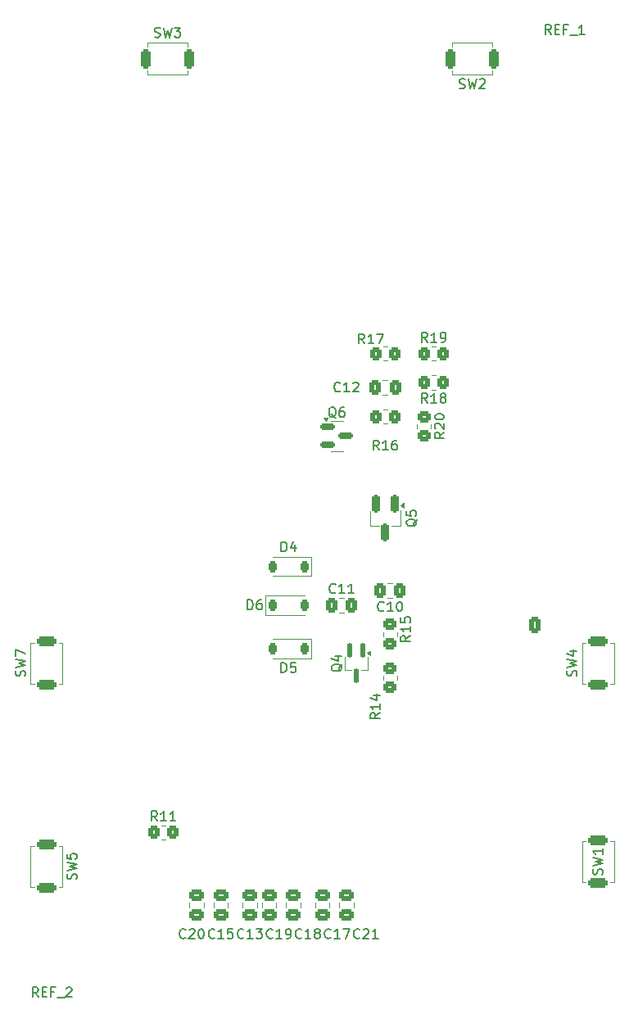
<source format=gbr>
%TF.GenerationSoftware,KiCad,Pcbnew,9.0.6*%
%TF.CreationDate,2025-11-24T16:31:49-05:00*%
%TF.ProjectId,EPD_HUB_ESP32,4550445f-4855-4425-9f45-535033322e6b,rev?*%
%TF.SameCoordinates,Original*%
%TF.FileFunction,Legend,Top*%
%TF.FilePolarity,Positive*%
%FSLAX46Y46*%
G04 Gerber Fmt 4.6, Leading zero omitted, Abs format (unit mm)*
G04 Created by KiCad (PCBNEW 9.0.6) date 2025-11-24 16:31:49*
%MOMM*%
%LPD*%
G01*
G04 APERTURE LIST*
G04 Aperture macros list*
%AMRoundRect*
0 Rectangle with rounded corners*
0 $1 Rounding radius*
0 $2 $3 $4 $5 $6 $7 $8 $9 X,Y pos of 4 corners*
0 Add a 4 corners polygon primitive as box body*
4,1,4,$2,$3,$4,$5,$6,$7,$8,$9,$2,$3,0*
0 Add four circle primitives for the rounded corners*
1,1,$1+$1,$2,$3*
1,1,$1+$1,$4,$5*
1,1,$1+$1,$6,$7*
1,1,$1+$1,$8,$9*
0 Add four rect primitives between the rounded corners*
20,1,$1+$1,$2,$3,$4,$5,0*
20,1,$1+$1,$4,$5,$6,$7,0*
20,1,$1+$1,$6,$7,$8,$9,0*
20,1,$1+$1,$8,$9,$2,$3,0*%
G04 Aperture macros list end*
%ADD10C,0.150000*%
%ADD11C,0.120000*%
%ADD12C,6.000000*%
%ADD13RoundRect,0.250000X0.475000X-0.337500X0.475000X0.337500X-0.475000X0.337500X-0.475000X-0.337500X0*%
%ADD14RoundRect,0.250000X-0.450000X0.350000X-0.450000X-0.350000X0.450000X-0.350000X0.450000X0.350000X0*%
%ADD15RoundRect,0.250000X-0.275000X-0.750000X0.275000X-0.750000X0.275000X0.750000X-0.275000X0.750000X0*%
%ADD16RoundRect,0.250000X-0.350000X-0.450000X0.350000X-0.450000X0.350000X0.450000X-0.350000X0.450000X0*%
%ADD17RoundRect,0.250000X0.750000X-0.275000X0.750000X0.275000X-0.750000X0.275000X-0.750000X-0.275000X0*%
%ADD18RoundRect,0.225000X-0.225000X-0.375000X0.225000X-0.375000X0.225000X0.375000X-0.225000X0.375000X0*%
%ADD19RoundRect,0.250000X0.337500X0.475000X-0.337500X0.475000X-0.337500X-0.475000X0.337500X-0.475000X0*%
%ADD20RoundRect,0.250000X0.350000X0.450000X-0.350000X0.450000X-0.350000X-0.450000X0.350000X-0.450000X0*%
%ADD21RoundRect,0.225000X0.225000X0.375000X-0.225000X0.375000X-0.225000X-0.375000X0.225000X-0.375000X0*%
%ADD22RoundRect,0.250000X-0.337500X-0.475000X0.337500X-0.475000X0.337500X0.475000X-0.337500X0.475000X0*%
%ADD23RoundRect,0.250000X-0.750000X0.275000X-0.750000X-0.275000X0.750000X-0.275000X0.750000X0.275000X0*%
%ADD24RoundRect,0.250000X0.275000X0.750000X-0.275000X0.750000X-0.275000X-0.750000X0.275000X-0.750000X0*%
%ADD25RoundRect,0.200000X-0.200000X0.750000X-0.200000X-0.750000X0.200000X-0.750000X0.200000X0.750000X0*%
%ADD26RoundRect,0.112500X0.112500X0.637500X-0.112500X0.637500X-0.112500X-0.637500X0.112500X-0.637500X0*%
%ADD27RoundRect,0.150000X-0.587500X-0.150000X0.587500X-0.150000X0.587500X0.150000X-0.587500X0.150000X0*%
%ADD28RoundRect,0.250000X0.350000X0.625000X-0.350000X0.625000X-0.350000X-0.625000X0.350000X-0.625000X0*%
%ADD29O,1.200000X1.750000*%
%ADD30C,0.650000*%
%ADD31O,0.950000X0.650000*%
%ADD32O,0.800000X1.400000*%
G04 APERTURE END LIST*
D10*
X163571428Y-44504819D02*
X163238095Y-44028628D01*
X163000000Y-44504819D02*
X163000000Y-43504819D01*
X163000000Y-43504819D02*
X163380952Y-43504819D01*
X163380952Y-43504819D02*
X163476190Y-43552438D01*
X163476190Y-43552438D02*
X163523809Y-43600057D01*
X163523809Y-43600057D02*
X163571428Y-43695295D01*
X163571428Y-43695295D02*
X163571428Y-43838152D01*
X163571428Y-43838152D02*
X163523809Y-43933390D01*
X163523809Y-43933390D02*
X163476190Y-43981009D01*
X163476190Y-43981009D02*
X163380952Y-44028628D01*
X163380952Y-44028628D02*
X163000000Y-44028628D01*
X164000000Y-43981009D02*
X164333333Y-43981009D01*
X164476190Y-44504819D02*
X164000000Y-44504819D01*
X164000000Y-44504819D02*
X164000000Y-43504819D01*
X164000000Y-43504819D02*
X164476190Y-43504819D01*
X165238095Y-43981009D02*
X164904762Y-43981009D01*
X164904762Y-44504819D02*
X164904762Y-43504819D01*
X164904762Y-43504819D02*
X165380952Y-43504819D01*
X165523810Y-44600057D02*
X166285714Y-44600057D01*
X167047619Y-44504819D02*
X166476191Y-44504819D01*
X166761905Y-44504819D02*
X166761905Y-43504819D01*
X166761905Y-43504819D02*
X166666667Y-43647676D01*
X166666667Y-43647676D02*
X166571429Y-43742914D01*
X166571429Y-43742914D02*
X166476191Y-43790533D01*
X110571428Y-144004819D02*
X110238095Y-143528628D01*
X110000000Y-144004819D02*
X110000000Y-143004819D01*
X110000000Y-143004819D02*
X110380952Y-143004819D01*
X110380952Y-143004819D02*
X110476190Y-143052438D01*
X110476190Y-143052438D02*
X110523809Y-143100057D01*
X110523809Y-143100057D02*
X110571428Y-143195295D01*
X110571428Y-143195295D02*
X110571428Y-143338152D01*
X110571428Y-143338152D02*
X110523809Y-143433390D01*
X110523809Y-143433390D02*
X110476190Y-143481009D01*
X110476190Y-143481009D02*
X110380952Y-143528628D01*
X110380952Y-143528628D02*
X110000000Y-143528628D01*
X111000000Y-143481009D02*
X111333333Y-143481009D01*
X111476190Y-144004819D02*
X111000000Y-144004819D01*
X111000000Y-144004819D02*
X111000000Y-143004819D01*
X111000000Y-143004819D02*
X111476190Y-143004819D01*
X112238095Y-143481009D02*
X111904762Y-143481009D01*
X111904762Y-144004819D02*
X111904762Y-143004819D01*
X111904762Y-143004819D02*
X112380952Y-143004819D01*
X112523810Y-144100057D02*
X113285714Y-144100057D01*
X113476191Y-143100057D02*
X113523810Y-143052438D01*
X113523810Y-143052438D02*
X113619048Y-143004819D01*
X113619048Y-143004819D02*
X113857143Y-143004819D01*
X113857143Y-143004819D02*
X113952381Y-143052438D01*
X113952381Y-143052438D02*
X114000000Y-143100057D01*
X114000000Y-143100057D02*
X114047619Y-143195295D01*
X114047619Y-143195295D02*
X114047619Y-143290533D01*
X114047619Y-143290533D02*
X114000000Y-143433390D01*
X114000000Y-143433390D02*
X113428572Y-144004819D01*
X113428572Y-144004819D02*
X114047619Y-144004819D01*
X137795982Y-137859580D02*
X137748363Y-137907200D01*
X137748363Y-137907200D02*
X137605506Y-137954819D01*
X137605506Y-137954819D02*
X137510268Y-137954819D01*
X137510268Y-137954819D02*
X137367411Y-137907200D01*
X137367411Y-137907200D02*
X137272173Y-137811961D01*
X137272173Y-137811961D02*
X137224554Y-137716723D01*
X137224554Y-137716723D02*
X137176935Y-137526247D01*
X137176935Y-137526247D02*
X137176935Y-137383390D01*
X137176935Y-137383390D02*
X137224554Y-137192914D01*
X137224554Y-137192914D02*
X137272173Y-137097676D01*
X137272173Y-137097676D02*
X137367411Y-137002438D01*
X137367411Y-137002438D02*
X137510268Y-136954819D01*
X137510268Y-136954819D02*
X137605506Y-136954819D01*
X137605506Y-136954819D02*
X137748363Y-137002438D01*
X137748363Y-137002438D02*
X137795982Y-137050057D01*
X138748363Y-137954819D02*
X138176935Y-137954819D01*
X138462649Y-137954819D02*
X138462649Y-136954819D01*
X138462649Y-136954819D02*
X138367411Y-137097676D01*
X138367411Y-137097676D02*
X138272173Y-137192914D01*
X138272173Y-137192914D02*
X138176935Y-137240533D01*
X139319792Y-137383390D02*
X139224554Y-137335771D01*
X139224554Y-137335771D02*
X139176935Y-137288152D01*
X139176935Y-137288152D02*
X139129316Y-137192914D01*
X139129316Y-137192914D02*
X139129316Y-137145295D01*
X139129316Y-137145295D02*
X139176935Y-137050057D01*
X139176935Y-137050057D02*
X139224554Y-137002438D01*
X139224554Y-137002438D02*
X139319792Y-136954819D01*
X139319792Y-136954819D02*
X139510268Y-136954819D01*
X139510268Y-136954819D02*
X139605506Y-137002438D01*
X139605506Y-137002438D02*
X139653125Y-137050057D01*
X139653125Y-137050057D02*
X139700744Y-137145295D01*
X139700744Y-137145295D02*
X139700744Y-137192914D01*
X139700744Y-137192914D02*
X139653125Y-137288152D01*
X139653125Y-137288152D02*
X139605506Y-137335771D01*
X139605506Y-137335771D02*
X139510268Y-137383390D01*
X139510268Y-137383390D02*
X139319792Y-137383390D01*
X139319792Y-137383390D02*
X139224554Y-137431009D01*
X139224554Y-137431009D02*
X139176935Y-137478628D01*
X139176935Y-137478628D02*
X139129316Y-137573866D01*
X139129316Y-137573866D02*
X139129316Y-137764342D01*
X139129316Y-137764342D02*
X139176935Y-137859580D01*
X139176935Y-137859580D02*
X139224554Y-137907200D01*
X139224554Y-137907200D02*
X139319792Y-137954819D01*
X139319792Y-137954819D02*
X139510268Y-137954819D01*
X139510268Y-137954819D02*
X139605506Y-137907200D01*
X139605506Y-137907200D02*
X139653125Y-137859580D01*
X139653125Y-137859580D02*
X139700744Y-137764342D01*
X139700744Y-137764342D02*
X139700744Y-137573866D01*
X139700744Y-137573866D02*
X139653125Y-137478628D01*
X139653125Y-137478628D02*
X139605506Y-137431009D01*
X139605506Y-137431009D02*
X139510268Y-137383390D01*
X149043659Y-106642857D02*
X148567468Y-106976190D01*
X149043659Y-107214285D02*
X148043659Y-107214285D01*
X148043659Y-107214285D02*
X148043659Y-106833333D01*
X148043659Y-106833333D02*
X148091278Y-106738095D01*
X148091278Y-106738095D02*
X148138897Y-106690476D01*
X148138897Y-106690476D02*
X148234135Y-106642857D01*
X148234135Y-106642857D02*
X148376992Y-106642857D01*
X148376992Y-106642857D02*
X148472230Y-106690476D01*
X148472230Y-106690476D02*
X148519849Y-106738095D01*
X148519849Y-106738095D02*
X148567468Y-106833333D01*
X148567468Y-106833333D02*
X148567468Y-107214285D01*
X149043659Y-105690476D02*
X149043659Y-106261904D01*
X149043659Y-105976190D02*
X148043659Y-105976190D01*
X148043659Y-105976190D02*
X148186516Y-106071428D01*
X148186516Y-106071428D02*
X148281754Y-106166666D01*
X148281754Y-106166666D02*
X148329373Y-106261904D01*
X148043659Y-104785714D02*
X148043659Y-105261904D01*
X148043659Y-105261904D02*
X148519849Y-105309523D01*
X148519849Y-105309523D02*
X148472230Y-105261904D01*
X148472230Y-105261904D02*
X148424611Y-105166666D01*
X148424611Y-105166666D02*
X148424611Y-104928571D01*
X148424611Y-104928571D02*
X148472230Y-104833333D01*
X148472230Y-104833333D02*
X148519849Y-104785714D01*
X148519849Y-104785714D02*
X148615087Y-104738095D01*
X148615087Y-104738095D02*
X148853182Y-104738095D01*
X148853182Y-104738095D02*
X148948420Y-104785714D01*
X148948420Y-104785714D02*
X148996040Y-104833333D01*
X148996040Y-104833333D02*
X149043659Y-104928571D01*
X149043659Y-104928571D02*
X149043659Y-105166666D01*
X149043659Y-105166666D02*
X148996040Y-105261904D01*
X148996040Y-105261904D02*
X148948420Y-105309523D01*
X128795982Y-137859580D02*
X128748363Y-137907200D01*
X128748363Y-137907200D02*
X128605506Y-137954819D01*
X128605506Y-137954819D02*
X128510268Y-137954819D01*
X128510268Y-137954819D02*
X128367411Y-137907200D01*
X128367411Y-137907200D02*
X128272173Y-137811961D01*
X128272173Y-137811961D02*
X128224554Y-137716723D01*
X128224554Y-137716723D02*
X128176935Y-137526247D01*
X128176935Y-137526247D02*
X128176935Y-137383390D01*
X128176935Y-137383390D02*
X128224554Y-137192914D01*
X128224554Y-137192914D02*
X128272173Y-137097676D01*
X128272173Y-137097676D02*
X128367411Y-137002438D01*
X128367411Y-137002438D02*
X128510268Y-136954819D01*
X128510268Y-136954819D02*
X128605506Y-136954819D01*
X128605506Y-136954819D02*
X128748363Y-137002438D01*
X128748363Y-137002438D02*
X128795982Y-137050057D01*
X129748363Y-137954819D02*
X129176935Y-137954819D01*
X129462649Y-137954819D02*
X129462649Y-136954819D01*
X129462649Y-136954819D02*
X129367411Y-137097676D01*
X129367411Y-137097676D02*
X129272173Y-137192914D01*
X129272173Y-137192914D02*
X129176935Y-137240533D01*
X130653125Y-136954819D02*
X130176935Y-136954819D01*
X130176935Y-136954819D02*
X130129316Y-137431009D01*
X130129316Y-137431009D02*
X130176935Y-137383390D01*
X130176935Y-137383390D02*
X130272173Y-137335771D01*
X130272173Y-137335771D02*
X130510268Y-137335771D01*
X130510268Y-137335771D02*
X130605506Y-137383390D01*
X130605506Y-137383390D02*
X130653125Y-137431009D01*
X130653125Y-137431009D02*
X130700744Y-137526247D01*
X130700744Y-137526247D02*
X130700744Y-137764342D01*
X130700744Y-137764342D02*
X130653125Y-137859580D01*
X130653125Y-137859580D02*
X130605506Y-137907200D01*
X130605506Y-137907200D02*
X130510268Y-137954819D01*
X130510268Y-137954819D02*
X130272173Y-137954819D01*
X130272173Y-137954819D02*
X130176935Y-137907200D01*
X130176935Y-137907200D02*
X130129316Y-137859580D01*
X122605507Y-44757200D02*
X122748364Y-44804819D01*
X122748364Y-44804819D02*
X122986459Y-44804819D01*
X122986459Y-44804819D02*
X123081697Y-44757200D01*
X123081697Y-44757200D02*
X123129316Y-44709580D01*
X123129316Y-44709580D02*
X123176935Y-44614342D01*
X123176935Y-44614342D02*
X123176935Y-44519104D01*
X123176935Y-44519104D02*
X123129316Y-44423866D01*
X123129316Y-44423866D02*
X123081697Y-44376247D01*
X123081697Y-44376247D02*
X122986459Y-44328628D01*
X122986459Y-44328628D02*
X122795983Y-44281009D01*
X122795983Y-44281009D02*
X122700745Y-44233390D01*
X122700745Y-44233390D02*
X122653126Y-44185771D01*
X122653126Y-44185771D02*
X122605507Y-44090533D01*
X122605507Y-44090533D02*
X122605507Y-43995295D01*
X122605507Y-43995295D02*
X122653126Y-43900057D01*
X122653126Y-43900057D02*
X122700745Y-43852438D01*
X122700745Y-43852438D02*
X122795983Y-43804819D01*
X122795983Y-43804819D02*
X123034078Y-43804819D01*
X123034078Y-43804819D02*
X123176935Y-43852438D01*
X123510269Y-43804819D02*
X123748364Y-44804819D01*
X123748364Y-44804819D02*
X123938840Y-44090533D01*
X123938840Y-44090533D02*
X124129316Y-44804819D01*
X124129316Y-44804819D02*
X124367412Y-43804819D01*
X124653126Y-43804819D02*
X125272173Y-43804819D01*
X125272173Y-43804819D02*
X124938840Y-44185771D01*
X124938840Y-44185771D02*
X125081697Y-44185771D01*
X125081697Y-44185771D02*
X125176935Y-44233390D01*
X125176935Y-44233390D02*
X125224554Y-44281009D01*
X125224554Y-44281009D02*
X125272173Y-44376247D01*
X125272173Y-44376247D02*
X125272173Y-44614342D01*
X125272173Y-44614342D02*
X125224554Y-44709580D01*
X125224554Y-44709580D02*
X125176935Y-44757200D01*
X125176935Y-44757200D02*
X125081697Y-44804819D01*
X125081697Y-44804819D02*
X124795983Y-44804819D01*
X124795983Y-44804819D02*
X124700745Y-44757200D01*
X124700745Y-44757200D02*
X124653126Y-44709580D01*
X122857142Y-125804819D02*
X122523809Y-125328628D01*
X122285714Y-125804819D02*
X122285714Y-124804819D01*
X122285714Y-124804819D02*
X122666666Y-124804819D01*
X122666666Y-124804819D02*
X122761904Y-124852438D01*
X122761904Y-124852438D02*
X122809523Y-124900057D01*
X122809523Y-124900057D02*
X122857142Y-124995295D01*
X122857142Y-124995295D02*
X122857142Y-125138152D01*
X122857142Y-125138152D02*
X122809523Y-125233390D01*
X122809523Y-125233390D02*
X122761904Y-125281009D01*
X122761904Y-125281009D02*
X122666666Y-125328628D01*
X122666666Y-125328628D02*
X122285714Y-125328628D01*
X123809523Y-125804819D02*
X123238095Y-125804819D01*
X123523809Y-125804819D02*
X123523809Y-124804819D01*
X123523809Y-124804819D02*
X123428571Y-124947676D01*
X123428571Y-124947676D02*
X123333333Y-125042914D01*
X123333333Y-125042914D02*
X123238095Y-125090533D01*
X124761904Y-125804819D02*
X124190476Y-125804819D01*
X124476190Y-125804819D02*
X124476190Y-124804819D01*
X124476190Y-124804819D02*
X124380952Y-124947676D01*
X124380952Y-124947676D02*
X124285714Y-125042914D01*
X124285714Y-125042914D02*
X124190476Y-125090533D01*
X109196040Y-110833332D02*
X109243659Y-110690475D01*
X109243659Y-110690475D02*
X109243659Y-110452380D01*
X109243659Y-110452380D02*
X109196040Y-110357142D01*
X109196040Y-110357142D02*
X109148420Y-110309523D01*
X109148420Y-110309523D02*
X109053182Y-110261904D01*
X109053182Y-110261904D02*
X108957944Y-110261904D01*
X108957944Y-110261904D02*
X108862706Y-110309523D01*
X108862706Y-110309523D02*
X108815087Y-110357142D01*
X108815087Y-110357142D02*
X108767468Y-110452380D01*
X108767468Y-110452380D02*
X108719849Y-110642856D01*
X108719849Y-110642856D02*
X108672230Y-110738094D01*
X108672230Y-110738094D02*
X108624611Y-110785713D01*
X108624611Y-110785713D02*
X108529373Y-110833332D01*
X108529373Y-110833332D02*
X108434135Y-110833332D01*
X108434135Y-110833332D02*
X108338897Y-110785713D01*
X108338897Y-110785713D02*
X108291278Y-110738094D01*
X108291278Y-110738094D02*
X108243659Y-110642856D01*
X108243659Y-110642856D02*
X108243659Y-110404761D01*
X108243659Y-110404761D02*
X108291278Y-110261904D01*
X108243659Y-109928570D02*
X109243659Y-109690475D01*
X109243659Y-109690475D02*
X108529373Y-109499999D01*
X108529373Y-109499999D02*
X109243659Y-109309523D01*
X109243659Y-109309523D02*
X108243659Y-109071428D01*
X108243659Y-108785713D02*
X108243659Y-108119047D01*
X108243659Y-108119047D02*
X109243659Y-108547618D01*
X132200745Y-103954819D02*
X132200745Y-102954819D01*
X132200745Y-102954819D02*
X132438840Y-102954819D01*
X132438840Y-102954819D02*
X132581697Y-103002438D01*
X132581697Y-103002438D02*
X132676935Y-103097676D01*
X132676935Y-103097676D02*
X132724554Y-103192914D01*
X132724554Y-103192914D02*
X132772173Y-103383390D01*
X132772173Y-103383390D02*
X132772173Y-103526247D01*
X132772173Y-103526247D02*
X132724554Y-103716723D01*
X132724554Y-103716723D02*
X132676935Y-103811961D01*
X132676935Y-103811961D02*
X132581697Y-103907200D01*
X132581697Y-103907200D02*
X132438840Y-103954819D01*
X132438840Y-103954819D02*
X132200745Y-103954819D01*
X133629316Y-102954819D02*
X133438840Y-102954819D01*
X133438840Y-102954819D02*
X133343602Y-103002438D01*
X133343602Y-103002438D02*
X133295983Y-103050057D01*
X133295983Y-103050057D02*
X133200745Y-103192914D01*
X133200745Y-103192914D02*
X133153126Y-103383390D01*
X133153126Y-103383390D02*
X133153126Y-103764342D01*
X133153126Y-103764342D02*
X133200745Y-103859580D01*
X133200745Y-103859580D02*
X133248364Y-103907200D01*
X133248364Y-103907200D02*
X133343602Y-103954819D01*
X133343602Y-103954819D02*
X133534078Y-103954819D01*
X133534078Y-103954819D02*
X133629316Y-103907200D01*
X133629316Y-103907200D02*
X133676935Y-103859580D01*
X133676935Y-103859580D02*
X133724554Y-103764342D01*
X133724554Y-103764342D02*
X133724554Y-103526247D01*
X133724554Y-103526247D02*
X133676935Y-103431009D01*
X133676935Y-103431009D02*
X133629316Y-103383390D01*
X133629316Y-103383390D02*
X133534078Y-103335771D01*
X133534078Y-103335771D02*
X133343602Y-103335771D01*
X133343602Y-103335771D02*
X133248364Y-103383390D01*
X133248364Y-103383390D02*
X133200745Y-103431009D01*
X133200745Y-103431009D02*
X133153126Y-103526247D01*
X145795982Y-87454819D02*
X145462649Y-86978628D01*
X145224554Y-87454819D02*
X145224554Y-86454819D01*
X145224554Y-86454819D02*
X145605506Y-86454819D01*
X145605506Y-86454819D02*
X145700744Y-86502438D01*
X145700744Y-86502438D02*
X145748363Y-86550057D01*
X145748363Y-86550057D02*
X145795982Y-86645295D01*
X145795982Y-86645295D02*
X145795982Y-86788152D01*
X145795982Y-86788152D02*
X145748363Y-86883390D01*
X145748363Y-86883390D02*
X145700744Y-86931009D01*
X145700744Y-86931009D02*
X145605506Y-86978628D01*
X145605506Y-86978628D02*
X145224554Y-86978628D01*
X146748363Y-87454819D02*
X146176935Y-87454819D01*
X146462649Y-87454819D02*
X146462649Y-86454819D01*
X146462649Y-86454819D02*
X146367411Y-86597676D01*
X146367411Y-86597676D02*
X146272173Y-86692914D01*
X146272173Y-86692914D02*
X146176935Y-86740533D01*
X147605506Y-86454819D02*
X147415030Y-86454819D01*
X147415030Y-86454819D02*
X147319792Y-86502438D01*
X147319792Y-86502438D02*
X147272173Y-86550057D01*
X147272173Y-86550057D02*
X147176935Y-86692914D01*
X147176935Y-86692914D02*
X147129316Y-86883390D01*
X147129316Y-86883390D02*
X147129316Y-87264342D01*
X147129316Y-87264342D02*
X147176935Y-87359580D01*
X147176935Y-87359580D02*
X147224554Y-87407200D01*
X147224554Y-87407200D02*
X147319792Y-87454819D01*
X147319792Y-87454819D02*
X147510268Y-87454819D01*
X147510268Y-87454819D02*
X147605506Y-87407200D01*
X147605506Y-87407200D02*
X147653125Y-87359580D01*
X147653125Y-87359580D02*
X147700744Y-87264342D01*
X147700744Y-87264342D02*
X147700744Y-87026247D01*
X147700744Y-87026247D02*
X147653125Y-86931009D01*
X147653125Y-86931009D02*
X147605506Y-86883390D01*
X147605506Y-86883390D02*
X147510268Y-86835771D01*
X147510268Y-86835771D02*
X147319792Y-86835771D01*
X147319792Y-86835771D02*
X147224554Y-86883390D01*
X147224554Y-86883390D02*
X147176935Y-86931009D01*
X147176935Y-86931009D02*
X147129316Y-87026247D01*
X146295982Y-104039580D02*
X146248363Y-104087200D01*
X146248363Y-104087200D02*
X146105506Y-104134819D01*
X146105506Y-104134819D02*
X146010268Y-104134819D01*
X146010268Y-104134819D02*
X145867411Y-104087200D01*
X145867411Y-104087200D02*
X145772173Y-103991961D01*
X145772173Y-103991961D02*
X145724554Y-103896723D01*
X145724554Y-103896723D02*
X145676935Y-103706247D01*
X145676935Y-103706247D02*
X145676935Y-103563390D01*
X145676935Y-103563390D02*
X145724554Y-103372914D01*
X145724554Y-103372914D02*
X145772173Y-103277676D01*
X145772173Y-103277676D02*
X145867411Y-103182438D01*
X145867411Y-103182438D02*
X146010268Y-103134819D01*
X146010268Y-103134819D02*
X146105506Y-103134819D01*
X146105506Y-103134819D02*
X146248363Y-103182438D01*
X146248363Y-103182438D02*
X146295982Y-103230057D01*
X147248363Y-104134819D02*
X146676935Y-104134819D01*
X146962649Y-104134819D02*
X146962649Y-103134819D01*
X146962649Y-103134819D02*
X146867411Y-103277676D01*
X146867411Y-103277676D02*
X146772173Y-103372914D01*
X146772173Y-103372914D02*
X146676935Y-103420533D01*
X147867411Y-103134819D02*
X147962649Y-103134819D01*
X147962649Y-103134819D02*
X148057887Y-103182438D01*
X148057887Y-103182438D02*
X148105506Y-103230057D01*
X148105506Y-103230057D02*
X148153125Y-103325295D01*
X148153125Y-103325295D02*
X148200744Y-103515771D01*
X148200744Y-103515771D02*
X148200744Y-103753866D01*
X148200744Y-103753866D02*
X148153125Y-103944342D01*
X148153125Y-103944342D02*
X148105506Y-104039580D01*
X148105506Y-104039580D02*
X148057887Y-104087200D01*
X148057887Y-104087200D02*
X147962649Y-104134819D01*
X147962649Y-104134819D02*
X147867411Y-104134819D01*
X147867411Y-104134819D02*
X147772173Y-104087200D01*
X147772173Y-104087200D02*
X147724554Y-104039580D01*
X147724554Y-104039580D02*
X147676935Y-103944342D01*
X147676935Y-103944342D02*
X147629316Y-103753866D01*
X147629316Y-103753866D02*
X147629316Y-103515771D01*
X147629316Y-103515771D02*
X147676935Y-103325295D01*
X147676935Y-103325295D02*
X147724554Y-103230057D01*
X147724554Y-103230057D02*
X147772173Y-103182438D01*
X147772173Y-103182438D02*
X147867411Y-103134819D01*
X150795982Y-82604819D02*
X150462649Y-82128628D01*
X150224554Y-82604819D02*
X150224554Y-81604819D01*
X150224554Y-81604819D02*
X150605506Y-81604819D01*
X150605506Y-81604819D02*
X150700744Y-81652438D01*
X150700744Y-81652438D02*
X150748363Y-81700057D01*
X150748363Y-81700057D02*
X150795982Y-81795295D01*
X150795982Y-81795295D02*
X150795982Y-81938152D01*
X150795982Y-81938152D02*
X150748363Y-82033390D01*
X150748363Y-82033390D02*
X150700744Y-82081009D01*
X150700744Y-82081009D02*
X150605506Y-82128628D01*
X150605506Y-82128628D02*
X150224554Y-82128628D01*
X151748363Y-82604819D02*
X151176935Y-82604819D01*
X151462649Y-82604819D02*
X151462649Y-81604819D01*
X151462649Y-81604819D02*
X151367411Y-81747676D01*
X151367411Y-81747676D02*
X151272173Y-81842914D01*
X151272173Y-81842914D02*
X151176935Y-81890533D01*
X152319792Y-82033390D02*
X152224554Y-81985771D01*
X152224554Y-81985771D02*
X152176935Y-81938152D01*
X152176935Y-81938152D02*
X152129316Y-81842914D01*
X152129316Y-81842914D02*
X152129316Y-81795295D01*
X152129316Y-81795295D02*
X152176935Y-81700057D01*
X152176935Y-81700057D02*
X152224554Y-81652438D01*
X152224554Y-81652438D02*
X152319792Y-81604819D01*
X152319792Y-81604819D02*
X152510268Y-81604819D01*
X152510268Y-81604819D02*
X152605506Y-81652438D01*
X152605506Y-81652438D02*
X152653125Y-81700057D01*
X152653125Y-81700057D02*
X152700744Y-81795295D01*
X152700744Y-81795295D02*
X152700744Y-81842914D01*
X152700744Y-81842914D02*
X152653125Y-81938152D01*
X152653125Y-81938152D02*
X152605506Y-81985771D01*
X152605506Y-81985771D02*
X152510268Y-82033390D01*
X152510268Y-82033390D02*
X152319792Y-82033390D01*
X152319792Y-82033390D02*
X152224554Y-82081009D01*
X152224554Y-82081009D02*
X152176935Y-82128628D01*
X152176935Y-82128628D02*
X152129316Y-82223866D01*
X152129316Y-82223866D02*
X152129316Y-82414342D01*
X152129316Y-82414342D02*
X152176935Y-82509580D01*
X152176935Y-82509580D02*
X152224554Y-82557200D01*
X152224554Y-82557200D02*
X152319792Y-82604819D01*
X152319792Y-82604819D02*
X152510268Y-82604819D01*
X152510268Y-82604819D02*
X152605506Y-82557200D01*
X152605506Y-82557200D02*
X152653125Y-82509580D01*
X152653125Y-82509580D02*
X152700744Y-82414342D01*
X152700744Y-82414342D02*
X152700744Y-82223866D01*
X152700744Y-82223866D02*
X152653125Y-82128628D01*
X152653125Y-82128628D02*
X152605506Y-82081009D01*
X152605506Y-82081009D02*
X152510268Y-82033390D01*
X135700745Y-110454819D02*
X135700745Y-109454819D01*
X135700745Y-109454819D02*
X135938840Y-109454819D01*
X135938840Y-109454819D02*
X136081697Y-109502438D01*
X136081697Y-109502438D02*
X136176935Y-109597676D01*
X136176935Y-109597676D02*
X136224554Y-109692914D01*
X136224554Y-109692914D02*
X136272173Y-109883390D01*
X136272173Y-109883390D02*
X136272173Y-110026247D01*
X136272173Y-110026247D02*
X136224554Y-110216723D01*
X136224554Y-110216723D02*
X136176935Y-110311961D01*
X136176935Y-110311961D02*
X136081697Y-110407200D01*
X136081697Y-110407200D02*
X135938840Y-110454819D01*
X135938840Y-110454819D02*
X135700745Y-110454819D01*
X137176935Y-109454819D02*
X136700745Y-109454819D01*
X136700745Y-109454819D02*
X136653126Y-109931009D01*
X136653126Y-109931009D02*
X136700745Y-109883390D01*
X136700745Y-109883390D02*
X136795983Y-109835771D01*
X136795983Y-109835771D02*
X137034078Y-109835771D01*
X137034078Y-109835771D02*
X137129316Y-109883390D01*
X137129316Y-109883390D02*
X137176935Y-109931009D01*
X137176935Y-109931009D02*
X137224554Y-110026247D01*
X137224554Y-110026247D02*
X137224554Y-110264342D01*
X137224554Y-110264342D02*
X137176935Y-110359580D01*
X137176935Y-110359580D02*
X137129316Y-110407200D01*
X137129316Y-110407200D02*
X137034078Y-110454819D01*
X137034078Y-110454819D02*
X136795983Y-110454819D01*
X136795983Y-110454819D02*
X136700745Y-110407200D01*
X136700745Y-110407200D02*
X136653126Y-110359580D01*
X141295982Y-102179580D02*
X141248363Y-102227200D01*
X141248363Y-102227200D02*
X141105506Y-102274819D01*
X141105506Y-102274819D02*
X141010268Y-102274819D01*
X141010268Y-102274819D02*
X140867411Y-102227200D01*
X140867411Y-102227200D02*
X140772173Y-102131961D01*
X140772173Y-102131961D02*
X140724554Y-102036723D01*
X140724554Y-102036723D02*
X140676935Y-101846247D01*
X140676935Y-101846247D02*
X140676935Y-101703390D01*
X140676935Y-101703390D02*
X140724554Y-101512914D01*
X140724554Y-101512914D02*
X140772173Y-101417676D01*
X140772173Y-101417676D02*
X140867411Y-101322438D01*
X140867411Y-101322438D02*
X141010268Y-101274819D01*
X141010268Y-101274819D02*
X141105506Y-101274819D01*
X141105506Y-101274819D02*
X141248363Y-101322438D01*
X141248363Y-101322438D02*
X141295982Y-101370057D01*
X142248363Y-102274819D02*
X141676935Y-102274819D01*
X141962649Y-102274819D02*
X141962649Y-101274819D01*
X141962649Y-101274819D02*
X141867411Y-101417676D01*
X141867411Y-101417676D02*
X141772173Y-101512914D01*
X141772173Y-101512914D02*
X141676935Y-101560533D01*
X143200744Y-102274819D02*
X142629316Y-102274819D01*
X142915030Y-102274819D02*
X142915030Y-101274819D01*
X142915030Y-101274819D02*
X142819792Y-101417676D01*
X142819792Y-101417676D02*
X142724554Y-101512914D01*
X142724554Y-101512914D02*
X142629316Y-101560533D01*
X131795982Y-137859580D02*
X131748363Y-137907200D01*
X131748363Y-137907200D02*
X131605506Y-137954819D01*
X131605506Y-137954819D02*
X131510268Y-137954819D01*
X131510268Y-137954819D02*
X131367411Y-137907200D01*
X131367411Y-137907200D02*
X131272173Y-137811961D01*
X131272173Y-137811961D02*
X131224554Y-137716723D01*
X131224554Y-137716723D02*
X131176935Y-137526247D01*
X131176935Y-137526247D02*
X131176935Y-137383390D01*
X131176935Y-137383390D02*
X131224554Y-137192914D01*
X131224554Y-137192914D02*
X131272173Y-137097676D01*
X131272173Y-137097676D02*
X131367411Y-137002438D01*
X131367411Y-137002438D02*
X131510268Y-136954819D01*
X131510268Y-136954819D02*
X131605506Y-136954819D01*
X131605506Y-136954819D02*
X131748363Y-137002438D01*
X131748363Y-137002438D02*
X131795982Y-137050057D01*
X132748363Y-137954819D02*
X132176935Y-137954819D01*
X132462649Y-137954819D02*
X132462649Y-136954819D01*
X132462649Y-136954819D02*
X132367411Y-137097676D01*
X132367411Y-137097676D02*
X132272173Y-137192914D01*
X132272173Y-137192914D02*
X132176935Y-137240533D01*
X133081697Y-136954819D02*
X133700744Y-136954819D01*
X133700744Y-136954819D02*
X133367411Y-137335771D01*
X133367411Y-137335771D02*
X133510268Y-137335771D01*
X133510268Y-137335771D02*
X133605506Y-137383390D01*
X133605506Y-137383390D02*
X133653125Y-137431009D01*
X133653125Y-137431009D02*
X133700744Y-137526247D01*
X133700744Y-137526247D02*
X133700744Y-137764342D01*
X133700744Y-137764342D02*
X133653125Y-137859580D01*
X133653125Y-137859580D02*
X133605506Y-137907200D01*
X133605506Y-137907200D02*
X133510268Y-137954819D01*
X133510268Y-137954819D02*
X133224554Y-137954819D01*
X133224554Y-137954819D02*
X133129316Y-137907200D01*
X133129316Y-137907200D02*
X133081697Y-137859580D01*
X144295982Y-76454819D02*
X143962649Y-75978628D01*
X143724554Y-76454819D02*
X143724554Y-75454819D01*
X143724554Y-75454819D02*
X144105506Y-75454819D01*
X144105506Y-75454819D02*
X144200744Y-75502438D01*
X144200744Y-75502438D02*
X144248363Y-75550057D01*
X144248363Y-75550057D02*
X144295982Y-75645295D01*
X144295982Y-75645295D02*
X144295982Y-75788152D01*
X144295982Y-75788152D02*
X144248363Y-75883390D01*
X144248363Y-75883390D02*
X144200744Y-75931009D01*
X144200744Y-75931009D02*
X144105506Y-75978628D01*
X144105506Y-75978628D02*
X143724554Y-75978628D01*
X145248363Y-76454819D02*
X144676935Y-76454819D01*
X144962649Y-76454819D02*
X144962649Y-75454819D01*
X144962649Y-75454819D02*
X144867411Y-75597676D01*
X144867411Y-75597676D02*
X144772173Y-75692914D01*
X144772173Y-75692914D02*
X144676935Y-75740533D01*
X145581697Y-75454819D02*
X146248363Y-75454819D01*
X146248363Y-75454819D02*
X145819792Y-76454819D01*
X150795982Y-76304819D02*
X150462649Y-75828628D01*
X150224554Y-76304819D02*
X150224554Y-75304819D01*
X150224554Y-75304819D02*
X150605506Y-75304819D01*
X150605506Y-75304819D02*
X150700744Y-75352438D01*
X150700744Y-75352438D02*
X150748363Y-75400057D01*
X150748363Y-75400057D02*
X150795982Y-75495295D01*
X150795982Y-75495295D02*
X150795982Y-75638152D01*
X150795982Y-75638152D02*
X150748363Y-75733390D01*
X150748363Y-75733390D02*
X150700744Y-75781009D01*
X150700744Y-75781009D02*
X150605506Y-75828628D01*
X150605506Y-75828628D02*
X150224554Y-75828628D01*
X151748363Y-76304819D02*
X151176935Y-76304819D01*
X151462649Y-76304819D02*
X151462649Y-75304819D01*
X151462649Y-75304819D02*
X151367411Y-75447676D01*
X151367411Y-75447676D02*
X151272173Y-75542914D01*
X151272173Y-75542914D02*
X151176935Y-75590533D01*
X152224554Y-76304819D02*
X152415030Y-76304819D01*
X152415030Y-76304819D02*
X152510268Y-76257200D01*
X152510268Y-76257200D02*
X152557887Y-76209580D01*
X152557887Y-76209580D02*
X152653125Y-76066723D01*
X152653125Y-76066723D02*
X152700744Y-75876247D01*
X152700744Y-75876247D02*
X152700744Y-75495295D01*
X152700744Y-75495295D02*
X152653125Y-75400057D01*
X152653125Y-75400057D02*
X152605506Y-75352438D01*
X152605506Y-75352438D02*
X152510268Y-75304819D01*
X152510268Y-75304819D02*
X152319792Y-75304819D01*
X152319792Y-75304819D02*
X152224554Y-75352438D01*
X152224554Y-75352438D02*
X152176935Y-75400057D01*
X152176935Y-75400057D02*
X152129316Y-75495295D01*
X152129316Y-75495295D02*
X152129316Y-75733390D01*
X152129316Y-75733390D02*
X152176935Y-75828628D01*
X152176935Y-75828628D02*
X152224554Y-75876247D01*
X152224554Y-75876247D02*
X152319792Y-75923866D01*
X152319792Y-75923866D02*
X152510268Y-75923866D01*
X152510268Y-75923866D02*
X152605506Y-75876247D01*
X152605506Y-75876247D02*
X152653125Y-75828628D01*
X152653125Y-75828628D02*
X152700744Y-75733390D01*
X125795982Y-137859580D02*
X125748363Y-137907200D01*
X125748363Y-137907200D02*
X125605506Y-137954819D01*
X125605506Y-137954819D02*
X125510268Y-137954819D01*
X125510268Y-137954819D02*
X125367411Y-137907200D01*
X125367411Y-137907200D02*
X125272173Y-137811961D01*
X125272173Y-137811961D02*
X125224554Y-137716723D01*
X125224554Y-137716723D02*
X125176935Y-137526247D01*
X125176935Y-137526247D02*
X125176935Y-137383390D01*
X125176935Y-137383390D02*
X125224554Y-137192914D01*
X125224554Y-137192914D02*
X125272173Y-137097676D01*
X125272173Y-137097676D02*
X125367411Y-137002438D01*
X125367411Y-137002438D02*
X125510268Y-136954819D01*
X125510268Y-136954819D02*
X125605506Y-136954819D01*
X125605506Y-136954819D02*
X125748363Y-137002438D01*
X125748363Y-137002438D02*
X125795982Y-137050057D01*
X126176935Y-137050057D02*
X126224554Y-137002438D01*
X126224554Y-137002438D02*
X126319792Y-136954819D01*
X126319792Y-136954819D02*
X126557887Y-136954819D01*
X126557887Y-136954819D02*
X126653125Y-137002438D01*
X126653125Y-137002438D02*
X126700744Y-137050057D01*
X126700744Y-137050057D02*
X126748363Y-137145295D01*
X126748363Y-137145295D02*
X126748363Y-137240533D01*
X126748363Y-137240533D02*
X126700744Y-137383390D01*
X126700744Y-137383390D02*
X126129316Y-137954819D01*
X126129316Y-137954819D02*
X126748363Y-137954819D01*
X127367411Y-136954819D02*
X127462649Y-136954819D01*
X127462649Y-136954819D02*
X127557887Y-137002438D01*
X127557887Y-137002438D02*
X127605506Y-137050057D01*
X127605506Y-137050057D02*
X127653125Y-137145295D01*
X127653125Y-137145295D02*
X127700744Y-137335771D01*
X127700744Y-137335771D02*
X127700744Y-137573866D01*
X127700744Y-137573866D02*
X127653125Y-137764342D01*
X127653125Y-137764342D02*
X127605506Y-137859580D01*
X127605506Y-137859580D02*
X127557887Y-137907200D01*
X127557887Y-137907200D02*
X127462649Y-137954819D01*
X127462649Y-137954819D02*
X127367411Y-137954819D01*
X127367411Y-137954819D02*
X127272173Y-137907200D01*
X127272173Y-137907200D02*
X127224554Y-137859580D01*
X127224554Y-137859580D02*
X127176935Y-137764342D01*
X127176935Y-137764342D02*
X127129316Y-137573866D01*
X127129316Y-137573866D02*
X127129316Y-137335771D01*
X127129316Y-137335771D02*
X127176935Y-137145295D01*
X127176935Y-137145295D02*
X127224554Y-137050057D01*
X127224554Y-137050057D02*
X127272173Y-137002438D01*
X127272173Y-137002438D02*
X127367411Y-136954819D01*
X114496040Y-131833332D02*
X114543659Y-131690475D01*
X114543659Y-131690475D02*
X114543659Y-131452380D01*
X114543659Y-131452380D02*
X114496040Y-131357142D01*
X114496040Y-131357142D02*
X114448420Y-131309523D01*
X114448420Y-131309523D02*
X114353182Y-131261904D01*
X114353182Y-131261904D02*
X114257944Y-131261904D01*
X114257944Y-131261904D02*
X114162706Y-131309523D01*
X114162706Y-131309523D02*
X114115087Y-131357142D01*
X114115087Y-131357142D02*
X114067468Y-131452380D01*
X114067468Y-131452380D02*
X114019849Y-131642856D01*
X114019849Y-131642856D02*
X113972230Y-131738094D01*
X113972230Y-131738094D02*
X113924611Y-131785713D01*
X113924611Y-131785713D02*
X113829373Y-131833332D01*
X113829373Y-131833332D02*
X113734135Y-131833332D01*
X113734135Y-131833332D02*
X113638897Y-131785713D01*
X113638897Y-131785713D02*
X113591278Y-131738094D01*
X113591278Y-131738094D02*
X113543659Y-131642856D01*
X113543659Y-131642856D02*
X113543659Y-131404761D01*
X113543659Y-131404761D02*
X113591278Y-131261904D01*
X113543659Y-130928570D02*
X114543659Y-130690475D01*
X114543659Y-130690475D02*
X113829373Y-130499999D01*
X113829373Y-130499999D02*
X114543659Y-130309523D01*
X114543659Y-130309523D02*
X113543659Y-130071428D01*
X113543659Y-129214285D02*
X113543659Y-129690475D01*
X113543659Y-129690475D02*
X114019849Y-129738094D01*
X114019849Y-129738094D02*
X113972230Y-129690475D01*
X113972230Y-129690475D02*
X113924611Y-129595237D01*
X113924611Y-129595237D02*
X113924611Y-129357142D01*
X113924611Y-129357142D02*
X113972230Y-129261904D01*
X113972230Y-129261904D02*
X114019849Y-129214285D01*
X114019849Y-129214285D02*
X114115087Y-129166666D01*
X114115087Y-129166666D02*
X114353182Y-129166666D01*
X114353182Y-129166666D02*
X114448420Y-129214285D01*
X114448420Y-129214285D02*
X114496040Y-129261904D01*
X114496040Y-129261904D02*
X114543659Y-129357142D01*
X114543659Y-129357142D02*
X114543659Y-129595237D01*
X114543659Y-129595237D02*
X114496040Y-129690475D01*
X114496040Y-129690475D02*
X114448420Y-129738094D01*
X134795982Y-137859580D02*
X134748363Y-137907200D01*
X134748363Y-137907200D02*
X134605506Y-137954819D01*
X134605506Y-137954819D02*
X134510268Y-137954819D01*
X134510268Y-137954819D02*
X134367411Y-137907200D01*
X134367411Y-137907200D02*
X134272173Y-137811961D01*
X134272173Y-137811961D02*
X134224554Y-137716723D01*
X134224554Y-137716723D02*
X134176935Y-137526247D01*
X134176935Y-137526247D02*
X134176935Y-137383390D01*
X134176935Y-137383390D02*
X134224554Y-137192914D01*
X134224554Y-137192914D02*
X134272173Y-137097676D01*
X134272173Y-137097676D02*
X134367411Y-137002438D01*
X134367411Y-137002438D02*
X134510268Y-136954819D01*
X134510268Y-136954819D02*
X134605506Y-136954819D01*
X134605506Y-136954819D02*
X134748363Y-137002438D01*
X134748363Y-137002438D02*
X134795982Y-137050057D01*
X135748363Y-137954819D02*
X135176935Y-137954819D01*
X135462649Y-137954819D02*
X135462649Y-136954819D01*
X135462649Y-136954819D02*
X135367411Y-137097676D01*
X135367411Y-137097676D02*
X135272173Y-137192914D01*
X135272173Y-137192914D02*
X135176935Y-137240533D01*
X136224554Y-137954819D02*
X136415030Y-137954819D01*
X136415030Y-137954819D02*
X136510268Y-137907200D01*
X136510268Y-137907200D02*
X136557887Y-137859580D01*
X136557887Y-137859580D02*
X136653125Y-137716723D01*
X136653125Y-137716723D02*
X136700744Y-137526247D01*
X136700744Y-137526247D02*
X136700744Y-137145295D01*
X136700744Y-137145295D02*
X136653125Y-137050057D01*
X136653125Y-137050057D02*
X136605506Y-137002438D01*
X136605506Y-137002438D02*
X136510268Y-136954819D01*
X136510268Y-136954819D02*
X136319792Y-136954819D01*
X136319792Y-136954819D02*
X136224554Y-137002438D01*
X136224554Y-137002438D02*
X136176935Y-137050057D01*
X136176935Y-137050057D02*
X136129316Y-137145295D01*
X136129316Y-137145295D02*
X136129316Y-137383390D01*
X136129316Y-137383390D02*
X136176935Y-137478628D01*
X136176935Y-137478628D02*
X136224554Y-137526247D01*
X136224554Y-137526247D02*
X136319792Y-137573866D01*
X136319792Y-137573866D02*
X136510268Y-137573866D01*
X136510268Y-137573866D02*
X136605506Y-137526247D01*
X136605506Y-137526247D02*
X136653125Y-137478628D01*
X136653125Y-137478628D02*
X136700744Y-137383390D01*
X166196040Y-110833332D02*
X166243659Y-110690475D01*
X166243659Y-110690475D02*
X166243659Y-110452380D01*
X166243659Y-110452380D02*
X166196040Y-110357142D01*
X166196040Y-110357142D02*
X166148420Y-110309523D01*
X166148420Y-110309523D02*
X166053182Y-110261904D01*
X166053182Y-110261904D02*
X165957944Y-110261904D01*
X165957944Y-110261904D02*
X165862706Y-110309523D01*
X165862706Y-110309523D02*
X165815087Y-110357142D01*
X165815087Y-110357142D02*
X165767468Y-110452380D01*
X165767468Y-110452380D02*
X165719849Y-110642856D01*
X165719849Y-110642856D02*
X165672230Y-110738094D01*
X165672230Y-110738094D02*
X165624611Y-110785713D01*
X165624611Y-110785713D02*
X165529373Y-110833332D01*
X165529373Y-110833332D02*
X165434135Y-110833332D01*
X165434135Y-110833332D02*
X165338897Y-110785713D01*
X165338897Y-110785713D02*
X165291278Y-110738094D01*
X165291278Y-110738094D02*
X165243659Y-110642856D01*
X165243659Y-110642856D02*
X165243659Y-110404761D01*
X165243659Y-110404761D02*
X165291278Y-110261904D01*
X165243659Y-109928570D02*
X166243659Y-109690475D01*
X166243659Y-109690475D02*
X165529373Y-109499999D01*
X165529373Y-109499999D02*
X166243659Y-109309523D01*
X166243659Y-109309523D02*
X165243659Y-109071428D01*
X165576992Y-108261904D02*
X166243659Y-108261904D01*
X165196040Y-108499999D02*
X165910325Y-108738094D01*
X165910325Y-108738094D02*
X165910325Y-108119047D01*
X154105507Y-50057200D02*
X154248364Y-50104819D01*
X154248364Y-50104819D02*
X154486459Y-50104819D01*
X154486459Y-50104819D02*
X154581697Y-50057200D01*
X154581697Y-50057200D02*
X154629316Y-50009580D01*
X154629316Y-50009580D02*
X154676935Y-49914342D01*
X154676935Y-49914342D02*
X154676935Y-49819104D01*
X154676935Y-49819104D02*
X154629316Y-49723866D01*
X154629316Y-49723866D02*
X154581697Y-49676247D01*
X154581697Y-49676247D02*
X154486459Y-49628628D01*
X154486459Y-49628628D02*
X154295983Y-49581009D01*
X154295983Y-49581009D02*
X154200745Y-49533390D01*
X154200745Y-49533390D02*
X154153126Y-49485771D01*
X154153126Y-49485771D02*
X154105507Y-49390533D01*
X154105507Y-49390533D02*
X154105507Y-49295295D01*
X154105507Y-49295295D02*
X154153126Y-49200057D01*
X154153126Y-49200057D02*
X154200745Y-49152438D01*
X154200745Y-49152438D02*
X154295983Y-49104819D01*
X154295983Y-49104819D02*
X154534078Y-49104819D01*
X154534078Y-49104819D02*
X154676935Y-49152438D01*
X155010269Y-49104819D02*
X155248364Y-50104819D01*
X155248364Y-50104819D02*
X155438840Y-49390533D01*
X155438840Y-49390533D02*
X155629316Y-50104819D01*
X155629316Y-50104819D02*
X155867412Y-49104819D01*
X156200745Y-49200057D02*
X156248364Y-49152438D01*
X156248364Y-49152438D02*
X156343602Y-49104819D01*
X156343602Y-49104819D02*
X156581697Y-49104819D01*
X156581697Y-49104819D02*
X156676935Y-49152438D01*
X156676935Y-49152438D02*
X156724554Y-49200057D01*
X156724554Y-49200057D02*
X156772173Y-49295295D01*
X156772173Y-49295295D02*
X156772173Y-49390533D01*
X156772173Y-49390533D02*
X156724554Y-49533390D01*
X156724554Y-49533390D02*
X156153126Y-50104819D01*
X156153126Y-50104819D02*
X156772173Y-50104819D01*
X141795982Y-81359580D02*
X141748363Y-81407200D01*
X141748363Y-81407200D02*
X141605506Y-81454819D01*
X141605506Y-81454819D02*
X141510268Y-81454819D01*
X141510268Y-81454819D02*
X141367411Y-81407200D01*
X141367411Y-81407200D02*
X141272173Y-81311961D01*
X141272173Y-81311961D02*
X141224554Y-81216723D01*
X141224554Y-81216723D02*
X141176935Y-81026247D01*
X141176935Y-81026247D02*
X141176935Y-80883390D01*
X141176935Y-80883390D02*
X141224554Y-80692914D01*
X141224554Y-80692914D02*
X141272173Y-80597676D01*
X141272173Y-80597676D02*
X141367411Y-80502438D01*
X141367411Y-80502438D02*
X141510268Y-80454819D01*
X141510268Y-80454819D02*
X141605506Y-80454819D01*
X141605506Y-80454819D02*
X141748363Y-80502438D01*
X141748363Y-80502438D02*
X141795982Y-80550057D01*
X142748363Y-81454819D02*
X142176935Y-81454819D01*
X142462649Y-81454819D02*
X142462649Y-80454819D01*
X142462649Y-80454819D02*
X142367411Y-80597676D01*
X142367411Y-80597676D02*
X142272173Y-80692914D01*
X142272173Y-80692914D02*
X142176935Y-80740533D01*
X143129316Y-80550057D02*
X143176935Y-80502438D01*
X143176935Y-80502438D02*
X143272173Y-80454819D01*
X143272173Y-80454819D02*
X143510268Y-80454819D01*
X143510268Y-80454819D02*
X143605506Y-80502438D01*
X143605506Y-80502438D02*
X143653125Y-80550057D01*
X143653125Y-80550057D02*
X143700744Y-80645295D01*
X143700744Y-80645295D02*
X143700744Y-80740533D01*
X143700744Y-80740533D02*
X143653125Y-80883390D01*
X143653125Y-80883390D02*
X143081697Y-81454819D01*
X143081697Y-81454819D02*
X143700744Y-81454819D01*
X145893659Y-114642857D02*
X145417468Y-114976190D01*
X145893659Y-115214285D02*
X144893659Y-115214285D01*
X144893659Y-115214285D02*
X144893659Y-114833333D01*
X144893659Y-114833333D02*
X144941278Y-114738095D01*
X144941278Y-114738095D02*
X144988897Y-114690476D01*
X144988897Y-114690476D02*
X145084135Y-114642857D01*
X145084135Y-114642857D02*
X145226992Y-114642857D01*
X145226992Y-114642857D02*
X145322230Y-114690476D01*
X145322230Y-114690476D02*
X145369849Y-114738095D01*
X145369849Y-114738095D02*
X145417468Y-114833333D01*
X145417468Y-114833333D02*
X145417468Y-115214285D01*
X145893659Y-113690476D02*
X145893659Y-114261904D01*
X145893659Y-113976190D02*
X144893659Y-113976190D01*
X144893659Y-113976190D02*
X145036516Y-114071428D01*
X145036516Y-114071428D02*
X145131754Y-114166666D01*
X145131754Y-114166666D02*
X145179373Y-114261904D01*
X145226992Y-112833333D02*
X145893659Y-112833333D01*
X144846040Y-113071428D02*
X145560325Y-113309523D01*
X145560325Y-113309523D02*
X145560325Y-112690476D01*
X149738897Y-94595238D02*
X149691278Y-94690476D01*
X149691278Y-94690476D02*
X149596040Y-94785714D01*
X149596040Y-94785714D02*
X149453182Y-94928571D01*
X149453182Y-94928571D02*
X149405563Y-95023809D01*
X149405563Y-95023809D02*
X149405563Y-95119047D01*
X149643659Y-95071428D02*
X149596040Y-95166666D01*
X149596040Y-95166666D02*
X149500801Y-95261904D01*
X149500801Y-95261904D02*
X149310325Y-95309523D01*
X149310325Y-95309523D02*
X148976992Y-95309523D01*
X148976992Y-95309523D02*
X148786516Y-95261904D01*
X148786516Y-95261904D02*
X148691278Y-95166666D01*
X148691278Y-95166666D02*
X148643659Y-95071428D01*
X148643659Y-95071428D02*
X148643659Y-94880952D01*
X148643659Y-94880952D02*
X148691278Y-94785714D01*
X148691278Y-94785714D02*
X148786516Y-94690476D01*
X148786516Y-94690476D02*
X148976992Y-94642857D01*
X148976992Y-94642857D02*
X149310325Y-94642857D01*
X149310325Y-94642857D02*
X149500801Y-94690476D01*
X149500801Y-94690476D02*
X149596040Y-94785714D01*
X149596040Y-94785714D02*
X149643659Y-94880952D01*
X149643659Y-94880952D02*
X149643659Y-95071428D01*
X148643659Y-93738095D02*
X148643659Y-94214285D01*
X148643659Y-94214285D02*
X149119849Y-94261904D01*
X149119849Y-94261904D02*
X149072230Y-94214285D01*
X149072230Y-94214285D02*
X149024611Y-94119047D01*
X149024611Y-94119047D02*
X149024611Y-93880952D01*
X149024611Y-93880952D02*
X149072230Y-93785714D01*
X149072230Y-93785714D02*
X149119849Y-93738095D01*
X149119849Y-93738095D02*
X149215087Y-93690476D01*
X149215087Y-93690476D02*
X149453182Y-93690476D01*
X149453182Y-93690476D02*
X149548420Y-93738095D01*
X149548420Y-93738095D02*
X149596040Y-93785714D01*
X149596040Y-93785714D02*
X149643659Y-93880952D01*
X149643659Y-93880952D02*
X149643659Y-94119047D01*
X149643659Y-94119047D02*
X149596040Y-94214285D01*
X149596040Y-94214285D02*
X149548420Y-94261904D01*
X168846040Y-131333332D02*
X168893659Y-131190475D01*
X168893659Y-131190475D02*
X168893659Y-130952380D01*
X168893659Y-130952380D02*
X168846040Y-130857142D01*
X168846040Y-130857142D02*
X168798420Y-130809523D01*
X168798420Y-130809523D02*
X168703182Y-130761904D01*
X168703182Y-130761904D02*
X168607944Y-130761904D01*
X168607944Y-130761904D02*
X168512706Y-130809523D01*
X168512706Y-130809523D02*
X168465087Y-130857142D01*
X168465087Y-130857142D02*
X168417468Y-130952380D01*
X168417468Y-130952380D02*
X168369849Y-131142856D01*
X168369849Y-131142856D02*
X168322230Y-131238094D01*
X168322230Y-131238094D02*
X168274611Y-131285713D01*
X168274611Y-131285713D02*
X168179373Y-131333332D01*
X168179373Y-131333332D02*
X168084135Y-131333332D01*
X168084135Y-131333332D02*
X167988897Y-131285713D01*
X167988897Y-131285713D02*
X167941278Y-131238094D01*
X167941278Y-131238094D02*
X167893659Y-131142856D01*
X167893659Y-131142856D02*
X167893659Y-130904761D01*
X167893659Y-130904761D02*
X167941278Y-130761904D01*
X167893659Y-130428570D02*
X168893659Y-130190475D01*
X168893659Y-130190475D02*
X168179373Y-129999999D01*
X168179373Y-129999999D02*
X168893659Y-129809523D01*
X168893659Y-129809523D02*
X167893659Y-129571428D01*
X168893659Y-128666666D02*
X168893659Y-129238094D01*
X168893659Y-128952380D02*
X167893659Y-128952380D01*
X167893659Y-128952380D02*
X168036516Y-129047618D01*
X168036516Y-129047618D02*
X168131754Y-129142856D01*
X168131754Y-129142856D02*
X168179373Y-129238094D01*
X135700745Y-97954819D02*
X135700745Y-96954819D01*
X135700745Y-96954819D02*
X135938840Y-96954819D01*
X135938840Y-96954819D02*
X136081697Y-97002438D01*
X136081697Y-97002438D02*
X136176935Y-97097676D01*
X136176935Y-97097676D02*
X136224554Y-97192914D01*
X136224554Y-97192914D02*
X136272173Y-97383390D01*
X136272173Y-97383390D02*
X136272173Y-97526247D01*
X136272173Y-97526247D02*
X136224554Y-97716723D01*
X136224554Y-97716723D02*
X136176935Y-97811961D01*
X136176935Y-97811961D02*
X136081697Y-97907200D01*
X136081697Y-97907200D02*
X135938840Y-97954819D01*
X135938840Y-97954819D02*
X135700745Y-97954819D01*
X137129316Y-97288152D02*
X137129316Y-97954819D01*
X136891221Y-96907200D02*
X136653126Y-97621485D01*
X136653126Y-97621485D02*
X137272173Y-97621485D01*
X141988897Y-109595238D02*
X141941278Y-109690476D01*
X141941278Y-109690476D02*
X141846040Y-109785714D01*
X141846040Y-109785714D02*
X141703182Y-109928571D01*
X141703182Y-109928571D02*
X141655563Y-110023809D01*
X141655563Y-110023809D02*
X141655563Y-110119047D01*
X141893659Y-110071428D02*
X141846040Y-110166666D01*
X141846040Y-110166666D02*
X141750801Y-110261904D01*
X141750801Y-110261904D02*
X141560325Y-110309523D01*
X141560325Y-110309523D02*
X141226992Y-110309523D01*
X141226992Y-110309523D02*
X141036516Y-110261904D01*
X141036516Y-110261904D02*
X140941278Y-110166666D01*
X140941278Y-110166666D02*
X140893659Y-110071428D01*
X140893659Y-110071428D02*
X140893659Y-109880952D01*
X140893659Y-109880952D02*
X140941278Y-109785714D01*
X140941278Y-109785714D02*
X141036516Y-109690476D01*
X141036516Y-109690476D02*
X141226992Y-109642857D01*
X141226992Y-109642857D02*
X141560325Y-109642857D01*
X141560325Y-109642857D02*
X141750801Y-109690476D01*
X141750801Y-109690476D02*
X141846040Y-109785714D01*
X141846040Y-109785714D02*
X141893659Y-109880952D01*
X141893659Y-109880952D02*
X141893659Y-110071428D01*
X141226992Y-108785714D02*
X141893659Y-108785714D01*
X140846040Y-109023809D02*
X141560325Y-109261904D01*
X141560325Y-109261904D02*
X141560325Y-108642857D01*
X152543659Y-85642857D02*
X152067468Y-85976190D01*
X152543659Y-86214285D02*
X151543659Y-86214285D01*
X151543659Y-86214285D02*
X151543659Y-85833333D01*
X151543659Y-85833333D02*
X151591278Y-85738095D01*
X151591278Y-85738095D02*
X151638897Y-85690476D01*
X151638897Y-85690476D02*
X151734135Y-85642857D01*
X151734135Y-85642857D02*
X151876992Y-85642857D01*
X151876992Y-85642857D02*
X151972230Y-85690476D01*
X151972230Y-85690476D02*
X152019849Y-85738095D01*
X152019849Y-85738095D02*
X152067468Y-85833333D01*
X152067468Y-85833333D02*
X152067468Y-86214285D01*
X151638897Y-85261904D02*
X151591278Y-85214285D01*
X151591278Y-85214285D02*
X151543659Y-85119047D01*
X151543659Y-85119047D02*
X151543659Y-84880952D01*
X151543659Y-84880952D02*
X151591278Y-84785714D01*
X151591278Y-84785714D02*
X151638897Y-84738095D01*
X151638897Y-84738095D02*
X151734135Y-84690476D01*
X151734135Y-84690476D02*
X151829373Y-84690476D01*
X151829373Y-84690476D02*
X151972230Y-84738095D01*
X151972230Y-84738095D02*
X152543659Y-85309523D01*
X152543659Y-85309523D02*
X152543659Y-84690476D01*
X151543659Y-84071428D02*
X151543659Y-83976190D01*
X151543659Y-83976190D02*
X151591278Y-83880952D01*
X151591278Y-83880952D02*
X151638897Y-83833333D01*
X151638897Y-83833333D02*
X151734135Y-83785714D01*
X151734135Y-83785714D02*
X151924611Y-83738095D01*
X151924611Y-83738095D02*
X152162706Y-83738095D01*
X152162706Y-83738095D02*
X152353182Y-83785714D01*
X152353182Y-83785714D02*
X152448420Y-83833333D01*
X152448420Y-83833333D02*
X152496040Y-83880952D01*
X152496040Y-83880952D02*
X152543659Y-83976190D01*
X152543659Y-83976190D02*
X152543659Y-84071428D01*
X152543659Y-84071428D02*
X152496040Y-84166666D01*
X152496040Y-84166666D02*
X152448420Y-84214285D01*
X152448420Y-84214285D02*
X152353182Y-84261904D01*
X152353182Y-84261904D02*
X152162706Y-84309523D01*
X152162706Y-84309523D02*
X151924611Y-84309523D01*
X151924611Y-84309523D02*
X151734135Y-84261904D01*
X151734135Y-84261904D02*
X151638897Y-84214285D01*
X151638897Y-84214285D02*
X151591278Y-84166666D01*
X151591278Y-84166666D02*
X151543659Y-84071428D01*
X143795982Y-137859580D02*
X143748363Y-137907200D01*
X143748363Y-137907200D02*
X143605506Y-137954819D01*
X143605506Y-137954819D02*
X143510268Y-137954819D01*
X143510268Y-137954819D02*
X143367411Y-137907200D01*
X143367411Y-137907200D02*
X143272173Y-137811961D01*
X143272173Y-137811961D02*
X143224554Y-137716723D01*
X143224554Y-137716723D02*
X143176935Y-137526247D01*
X143176935Y-137526247D02*
X143176935Y-137383390D01*
X143176935Y-137383390D02*
X143224554Y-137192914D01*
X143224554Y-137192914D02*
X143272173Y-137097676D01*
X143272173Y-137097676D02*
X143367411Y-137002438D01*
X143367411Y-137002438D02*
X143510268Y-136954819D01*
X143510268Y-136954819D02*
X143605506Y-136954819D01*
X143605506Y-136954819D02*
X143748363Y-137002438D01*
X143748363Y-137002438D02*
X143795982Y-137050057D01*
X144176935Y-137050057D02*
X144224554Y-137002438D01*
X144224554Y-137002438D02*
X144319792Y-136954819D01*
X144319792Y-136954819D02*
X144557887Y-136954819D01*
X144557887Y-136954819D02*
X144653125Y-137002438D01*
X144653125Y-137002438D02*
X144700744Y-137050057D01*
X144700744Y-137050057D02*
X144748363Y-137145295D01*
X144748363Y-137145295D02*
X144748363Y-137240533D01*
X144748363Y-137240533D02*
X144700744Y-137383390D01*
X144700744Y-137383390D02*
X144129316Y-137954819D01*
X144129316Y-137954819D02*
X144748363Y-137954819D01*
X145700744Y-137954819D02*
X145129316Y-137954819D01*
X145415030Y-137954819D02*
X145415030Y-136954819D01*
X145415030Y-136954819D02*
X145319792Y-137097676D01*
X145319792Y-137097676D02*
X145224554Y-137192914D01*
X145224554Y-137192914D02*
X145129316Y-137240533D01*
X141343601Y-84150057D02*
X141248363Y-84102438D01*
X141248363Y-84102438D02*
X141153125Y-84007200D01*
X141153125Y-84007200D02*
X141010268Y-83864342D01*
X141010268Y-83864342D02*
X140915030Y-83816723D01*
X140915030Y-83816723D02*
X140819792Y-83816723D01*
X140867411Y-84054819D02*
X140772173Y-84007200D01*
X140772173Y-84007200D02*
X140676935Y-83911961D01*
X140676935Y-83911961D02*
X140629316Y-83721485D01*
X140629316Y-83721485D02*
X140629316Y-83388152D01*
X140629316Y-83388152D02*
X140676935Y-83197676D01*
X140676935Y-83197676D02*
X140772173Y-83102438D01*
X140772173Y-83102438D02*
X140867411Y-83054819D01*
X140867411Y-83054819D02*
X141057887Y-83054819D01*
X141057887Y-83054819D02*
X141153125Y-83102438D01*
X141153125Y-83102438D02*
X141248363Y-83197676D01*
X141248363Y-83197676D02*
X141295982Y-83388152D01*
X141295982Y-83388152D02*
X141295982Y-83721485D01*
X141295982Y-83721485D02*
X141248363Y-83911961D01*
X141248363Y-83911961D02*
X141153125Y-84007200D01*
X141153125Y-84007200D02*
X141057887Y-84054819D01*
X141057887Y-84054819D02*
X140867411Y-84054819D01*
X142153125Y-83054819D02*
X141962649Y-83054819D01*
X141962649Y-83054819D02*
X141867411Y-83102438D01*
X141867411Y-83102438D02*
X141819792Y-83150057D01*
X141819792Y-83150057D02*
X141724554Y-83292914D01*
X141724554Y-83292914D02*
X141676935Y-83483390D01*
X141676935Y-83483390D02*
X141676935Y-83864342D01*
X141676935Y-83864342D02*
X141724554Y-83959580D01*
X141724554Y-83959580D02*
X141772173Y-84007200D01*
X141772173Y-84007200D02*
X141867411Y-84054819D01*
X141867411Y-84054819D02*
X142057887Y-84054819D01*
X142057887Y-84054819D02*
X142153125Y-84007200D01*
X142153125Y-84007200D02*
X142200744Y-83959580D01*
X142200744Y-83959580D02*
X142248363Y-83864342D01*
X142248363Y-83864342D02*
X142248363Y-83626247D01*
X142248363Y-83626247D02*
X142200744Y-83531009D01*
X142200744Y-83531009D02*
X142153125Y-83483390D01*
X142153125Y-83483390D02*
X142057887Y-83435771D01*
X142057887Y-83435771D02*
X141867411Y-83435771D01*
X141867411Y-83435771D02*
X141772173Y-83483390D01*
X141772173Y-83483390D02*
X141724554Y-83531009D01*
X141724554Y-83531009D02*
X141676935Y-83626247D01*
X140795982Y-137859580D02*
X140748363Y-137907200D01*
X140748363Y-137907200D02*
X140605506Y-137954819D01*
X140605506Y-137954819D02*
X140510268Y-137954819D01*
X140510268Y-137954819D02*
X140367411Y-137907200D01*
X140367411Y-137907200D02*
X140272173Y-137811961D01*
X140272173Y-137811961D02*
X140224554Y-137716723D01*
X140224554Y-137716723D02*
X140176935Y-137526247D01*
X140176935Y-137526247D02*
X140176935Y-137383390D01*
X140176935Y-137383390D02*
X140224554Y-137192914D01*
X140224554Y-137192914D02*
X140272173Y-137097676D01*
X140272173Y-137097676D02*
X140367411Y-137002438D01*
X140367411Y-137002438D02*
X140510268Y-136954819D01*
X140510268Y-136954819D02*
X140605506Y-136954819D01*
X140605506Y-136954819D02*
X140748363Y-137002438D01*
X140748363Y-137002438D02*
X140795982Y-137050057D01*
X141748363Y-137954819D02*
X141176935Y-137954819D01*
X141462649Y-137954819D02*
X141462649Y-136954819D01*
X141462649Y-136954819D02*
X141367411Y-137097676D01*
X141367411Y-137097676D02*
X141272173Y-137192914D01*
X141272173Y-137192914D02*
X141176935Y-137240533D01*
X142081697Y-136954819D02*
X142748363Y-136954819D01*
X142748363Y-136954819D02*
X142319792Y-137954819D01*
D11*
%TO.C,C18*%
X136203840Y-134761252D02*
X136203840Y-134238748D01*
X137673840Y-134761252D02*
X137673840Y-134238748D01*
%TO.C,R15*%
X146203840Y-106272936D02*
X146203840Y-106727064D01*
X147673840Y-106272936D02*
X147673840Y-106727064D01*
%TO.C,C15*%
X128703840Y-134761252D02*
X128703840Y-134238748D01*
X130173840Y-134761252D02*
X130173840Y-134238748D01*
%TO.C,SW3*%
X121838840Y-45350000D02*
X126038840Y-45350000D01*
X121838840Y-45740000D02*
X121838840Y-45350000D01*
X121838840Y-48260000D02*
X121838840Y-48650000D01*
X121838840Y-48650000D02*
X126038840Y-48650000D01*
X126038840Y-45350000D02*
X126038840Y-45740000D01*
X126038840Y-48650000D02*
X126038840Y-48260000D01*
%TO.C,R11*%
X123272936Y-126265000D02*
X123727064Y-126265000D01*
X123272936Y-127735000D02*
X123727064Y-127735000D01*
%TO.C,SW7*%
X109788840Y-107400000D02*
X110178840Y-107400000D01*
X109788840Y-111600000D02*
X109788840Y-107400000D01*
X110178840Y-111600000D02*
X109788840Y-111600000D01*
X112698840Y-111600000D02*
X113088840Y-111600000D01*
X113088840Y-107400000D02*
X112698840Y-107400000D01*
X113088840Y-111600000D02*
X113088840Y-107400000D01*
%TO.C,D6*%
X134078840Y-102500000D02*
X134078840Y-104500000D01*
X134078840Y-102500000D02*
X138088840Y-102500000D01*
X134078840Y-104500000D02*
X138088840Y-104500000D01*
%TO.C,R16*%
X146211776Y-83265000D02*
X146665904Y-83265000D01*
X146211776Y-84735000D02*
X146665904Y-84735000D01*
%TO.C,C10*%
X147200092Y-101265000D02*
X146677588Y-101265000D01*
X147200092Y-102735000D02*
X146677588Y-102735000D01*
%TO.C,R18*%
X151665904Y-79765000D02*
X151211776Y-79765000D01*
X151665904Y-81235000D02*
X151211776Y-81235000D01*
%TO.C,D5*%
X138798840Y-107000000D02*
X134788840Y-107000000D01*
X138798840Y-109000000D02*
X134788840Y-109000000D01*
X138798840Y-109000000D02*
X138798840Y-107000000D01*
%TO.C,C11*%
X141677588Y-102765000D02*
X142200092Y-102765000D01*
X141677588Y-104235000D02*
X142200092Y-104235000D01*
%TO.C,C13*%
X131703840Y-134761252D02*
X131703840Y-134238748D01*
X133173840Y-134761252D02*
X133173840Y-134238748D01*
%TO.C,R17*%
X146665904Y-76765000D02*
X146211776Y-76765000D01*
X146665904Y-78235000D02*
X146211776Y-78235000D01*
%TO.C,R19*%
X151211776Y-76765000D02*
X151665904Y-76765000D01*
X151211776Y-78235000D02*
X151665904Y-78235000D01*
%TO.C,C20*%
X126203840Y-134761252D02*
X126203840Y-134238748D01*
X127673840Y-134761252D02*
X127673840Y-134238748D01*
%TO.C,SW5*%
X109788840Y-128400000D02*
X109788840Y-132600000D01*
X109788840Y-132600000D02*
X110178840Y-132600000D01*
X110178840Y-128400000D02*
X109788840Y-128400000D01*
X112698840Y-128400000D02*
X113088840Y-128400000D01*
X113088840Y-128400000D02*
X113088840Y-132600000D01*
X113088840Y-132600000D02*
X112698840Y-132600000D01*
%TO.C,C19*%
X133703840Y-134761252D02*
X133703840Y-134238748D01*
X135173840Y-134761252D02*
X135173840Y-134238748D01*
%TO.C,SW4*%
X166788840Y-107400000D02*
X167178840Y-107400000D01*
X166788840Y-111600000D02*
X166788840Y-107400000D01*
X167178840Y-111600000D02*
X166788840Y-111600000D01*
X169698840Y-111600000D02*
X170088840Y-111600000D01*
X170088840Y-107400000D02*
X169698840Y-107400000D01*
X170088840Y-111600000D02*
X170088840Y-107400000D01*
%TO.C,SW2*%
X153338840Y-45350000D02*
X153338840Y-45740000D01*
X153338840Y-48650000D02*
X153338840Y-48260000D01*
X157538840Y-45350000D02*
X153338840Y-45350000D01*
X157538840Y-45740000D02*
X157538840Y-45350000D01*
X157538840Y-48260000D02*
X157538840Y-48650000D01*
X157538840Y-48650000D02*
X153338840Y-48650000D01*
%TO.C,C12*%
X146700092Y-80265000D02*
X146177588Y-80265000D01*
X146700092Y-81735000D02*
X146177588Y-81735000D01*
%TO.C,R14*%
X146203840Y-110772936D02*
X146203840Y-111227064D01*
X147673840Y-110772936D02*
X147673840Y-111227064D01*
%TO.C,Q5*%
X144858840Y-95260000D02*
X144858840Y-93800000D01*
X144858840Y-95260000D02*
X145788840Y-95260000D01*
X148018840Y-94460000D02*
X148018840Y-93660000D01*
X148018840Y-94460000D02*
X148018840Y-95260000D01*
X148018840Y-95260000D02*
X147088840Y-95260000D01*
X148378840Y-93400000D02*
X148048840Y-93160000D01*
X148378840Y-92920000D01*
X148378840Y-93400000D01*
G36*
X148378840Y-93400000D02*
G01*
X148048840Y-93160000D01*
X148378840Y-92920000D01*
X148378840Y-93400000D01*
G37*
%TO.C,SW1*%
X166788840Y-127900000D02*
X166788840Y-132100000D01*
X166788840Y-132100000D02*
X167178840Y-132100000D01*
X167178840Y-127900000D02*
X166788840Y-127900000D01*
X169698840Y-127900000D02*
X170088840Y-127900000D01*
X170088840Y-127900000D02*
X170088840Y-132100000D01*
X170088840Y-132100000D02*
X169698840Y-132100000D01*
%TO.C,D4*%
X138798840Y-98500000D02*
X134788840Y-98500000D01*
X138798840Y-100500000D02*
X134788840Y-100500000D01*
X138798840Y-100500000D02*
X138798840Y-98500000D01*
%TO.C,Q4*%
X142278840Y-108825000D02*
X142278840Y-110235000D01*
X142938840Y-110235000D02*
X142278840Y-110235000D01*
X144608840Y-108825000D02*
X144608840Y-110235000D01*
X144608840Y-110235000D02*
X143938840Y-110235000D01*
X144918840Y-108695000D02*
X144588840Y-108455000D01*
X144918840Y-108215000D01*
X144918840Y-108695000D01*
G36*
X144918840Y-108695000D02*
G01*
X144588840Y-108455000D01*
X144918840Y-108215000D01*
X144918840Y-108695000D01*
G37*
%TO.C,R20*%
X149703840Y-84772936D02*
X149703840Y-85227064D01*
X151173840Y-84772936D02*
X151173840Y-85227064D01*
%TO.C,C21*%
X141703840Y-134761252D02*
X141703840Y-134238748D01*
X143173840Y-134761252D02*
X143173840Y-134238748D01*
%TO.C,Q6*%
X141438840Y-84440000D02*
X140788840Y-84440000D01*
X141438840Y-84440000D02*
X142088840Y-84440000D01*
X141438840Y-87560000D02*
X140788840Y-87560000D01*
X141438840Y-87560000D02*
X142088840Y-87560000D01*
X140276340Y-84490000D02*
X140036340Y-84160000D01*
X140516340Y-84160000D01*
X140276340Y-84490000D01*
G36*
X140276340Y-84490000D02*
G01*
X140036340Y-84160000D01*
X140516340Y-84160000D01*
X140276340Y-84490000D01*
G37*
%TO.C,C17*%
X139203840Y-134761252D02*
X139203840Y-134238748D01*
X140673840Y-134761252D02*
X140673840Y-134238748D01*
%TD*%
%LPC*%
D12*
%TO.C,REF_1*%
X165000000Y-48000000D03*
%TD*%
%TO.C,REF_2*%
X112000000Y-147500000D03*
%TD*%
D13*
%TO.C,C18*%
X136938840Y-135537500D03*
X136938840Y-133462500D03*
%TD*%
D14*
%TO.C,R15*%
X146938840Y-105500000D03*
X146938840Y-107500000D03*
%TD*%
D13*
%TO.C,C15*%
X129438840Y-135537500D03*
X129438840Y-133462500D03*
%TD*%
D15*
%TO.C,SW3*%
X121713840Y-47000000D03*
X126163840Y-47000000D03*
%TD*%
D16*
%TO.C,R11*%
X122500000Y-127000000D03*
X124500000Y-127000000D03*
%TD*%
D17*
%TO.C,SW7*%
X111438840Y-111725000D03*
X111438840Y-107275000D03*
%TD*%
D18*
%TO.C,D6*%
X134788840Y-103500000D03*
X138088840Y-103500000D03*
%TD*%
D16*
%TO.C,R16*%
X145438840Y-84000000D03*
X147438840Y-84000000D03*
%TD*%
D19*
%TO.C,C10*%
X147976340Y-102000000D03*
X145901340Y-102000000D03*
%TD*%
D20*
%TO.C,R18*%
X152438840Y-80500000D03*
X150438840Y-80500000D03*
%TD*%
D21*
%TO.C,D5*%
X138088840Y-108000000D03*
X134788840Y-108000000D03*
%TD*%
D22*
%TO.C,C11*%
X140901340Y-103500000D03*
X142976340Y-103500000D03*
%TD*%
D13*
%TO.C,C13*%
X132438840Y-135537500D03*
X132438840Y-133462500D03*
%TD*%
D20*
%TO.C,R17*%
X147438840Y-77500000D03*
X145438840Y-77500000D03*
%TD*%
D16*
%TO.C,R19*%
X150438840Y-77500000D03*
X152438840Y-77500000D03*
%TD*%
D13*
%TO.C,C20*%
X126938840Y-135537500D03*
X126938840Y-133462500D03*
%TD*%
D23*
%TO.C,SW5*%
X111438840Y-128275000D03*
X111438840Y-132725000D03*
%TD*%
D13*
%TO.C,C19*%
X134438840Y-135537500D03*
X134438840Y-133462500D03*
%TD*%
D17*
%TO.C,SW4*%
X168438840Y-111725000D03*
X168438840Y-107275000D03*
%TD*%
D24*
%TO.C,SW2*%
X157663840Y-47000000D03*
X153213840Y-47000000D03*
%TD*%
D19*
%TO.C,C12*%
X147476340Y-81000000D03*
X145401340Y-81000000D03*
%TD*%
D14*
%TO.C,R14*%
X146938840Y-110000000D03*
X146938840Y-112000000D03*
%TD*%
D25*
%TO.C,Q5*%
X147388840Y-93000000D03*
X145488840Y-93000000D03*
X146438840Y-96000000D03*
%TD*%
D23*
%TO.C,SW1*%
X168438840Y-127775000D03*
X168438840Y-132225000D03*
%TD*%
D21*
%TO.C,D4*%
X138088840Y-99500000D03*
X134788840Y-99500000D03*
%TD*%
D26*
%TO.C,Q4*%
X144088840Y-108170000D03*
X142788840Y-108170000D03*
X143438840Y-110830000D03*
%TD*%
D14*
%TO.C,R20*%
X150438840Y-84000000D03*
X150438840Y-86000000D03*
%TD*%
D13*
%TO.C,C21*%
X142438840Y-135537500D03*
X142438840Y-133462500D03*
%TD*%
D27*
%TO.C,Q6*%
X140501340Y-85050000D03*
X140501340Y-86950000D03*
X142376340Y-86000000D03*
%TD*%
D13*
%TO.C,C17*%
X139938840Y-135537500D03*
X139938840Y-133462500D03*
%TD*%
D28*
%TO.C,J5*%
X161938840Y-105550000D03*
D29*
X159938840Y-105550000D03*
%TD*%
D30*
%TO.C,J1*%
X165639840Y-141300000D03*
D31*
X158439840Y-141300000D03*
D32*
X166529840Y-148500000D03*
X166169840Y-142550000D03*
X157909840Y-142550000D03*
X157549840Y-148500000D03*
%TD*%
%LPD*%
M02*

</source>
